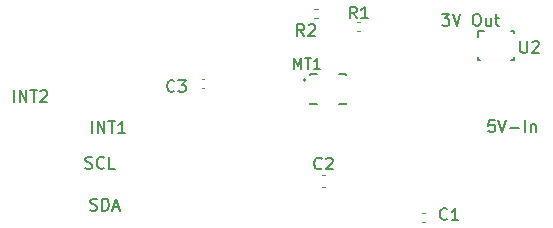
<source format=gbr>
%TF.GenerationSoftware,KiCad,Pcbnew,8.0.4*%
%TF.CreationDate,2024-11-04T05:07:06-05:00*%
%TF.ProjectId,6-axisIMU,362d6178-6973-4494-9d55-2e6b69636164,V01*%
%TF.SameCoordinates,Original*%
%TF.FileFunction,Legend,Top*%
%TF.FilePolarity,Positive*%
%FSLAX46Y46*%
G04 Gerber Fmt 4.6, Leading zero omitted, Abs format (unit mm)*
G04 Created by KiCad (PCBNEW 8.0.4) date 2024-11-04 05:07:06*
%MOMM*%
%LPD*%
G01*
G04 APERTURE LIST*
%ADD10C,0.150000*%
%ADD11C,0.200000*%
%ADD12C,0.120000*%
%ADD13C,0.127000*%
G04 APERTURE END LIST*
D10*
X65785714Y-44957200D02*
X65928571Y-45004819D01*
X65928571Y-45004819D02*
X66166666Y-45004819D01*
X66166666Y-45004819D02*
X66261904Y-44957200D01*
X66261904Y-44957200D02*
X66309523Y-44909580D01*
X66309523Y-44909580D02*
X66357142Y-44814342D01*
X66357142Y-44814342D02*
X66357142Y-44719104D01*
X66357142Y-44719104D02*
X66309523Y-44623866D01*
X66309523Y-44623866D02*
X66261904Y-44576247D01*
X66261904Y-44576247D02*
X66166666Y-44528628D01*
X66166666Y-44528628D02*
X65976190Y-44481009D01*
X65976190Y-44481009D02*
X65880952Y-44433390D01*
X65880952Y-44433390D02*
X65833333Y-44385771D01*
X65833333Y-44385771D02*
X65785714Y-44290533D01*
X65785714Y-44290533D02*
X65785714Y-44195295D01*
X65785714Y-44195295D02*
X65833333Y-44100057D01*
X65833333Y-44100057D02*
X65880952Y-44052438D01*
X65880952Y-44052438D02*
X65976190Y-44004819D01*
X65976190Y-44004819D02*
X66214285Y-44004819D01*
X66214285Y-44004819D02*
X66357142Y-44052438D01*
X66785714Y-45004819D02*
X66785714Y-44004819D01*
X66785714Y-44004819D02*
X67023809Y-44004819D01*
X67023809Y-44004819D02*
X67166666Y-44052438D01*
X67166666Y-44052438D02*
X67261904Y-44147676D01*
X67261904Y-44147676D02*
X67309523Y-44242914D01*
X67309523Y-44242914D02*
X67357142Y-44433390D01*
X67357142Y-44433390D02*
X67357142Y-44576247D01*
X67357142Y-44576247D02*
X67309523Y-44766723D01*
X67309523Y-44766723D02*
X67261904Y-44861961D01*
X67261904Y-44861961D02*
X67166666Y-44957200D01*
X67166666Y-44957200D02*
X67023809Y-45004819D01*
X67023809Y-45004819D02*
X66785714Y-45004819D01*
X67738095Y-44719104D02*
X68214285Y-44719104D01*
X67642857Y-45004819D02*
X67976190Y-44004819D01*
X67976190Y-44004819D02*
X68309523Y-45004819D01*
X59319048Y-35804819D02*
X59319048Y-34804819D01*
X59795238Y-35804819D02*
X59795238Y-34804819D01*
X59795238Y-34804819D02*
X60366666Y-35804819D01*
X60366666Y-35804819D02*
X60366666Y-34804819D01*
X60700000Y-34804819D02*
X61271428Y-34804819D01*
X60985714Y-35804819D02*
X60985714Y-34804819D01*
X61557143Y-34900057D02*
X61604762Y-34852438D01*
X61604762Y-34852438D02*
X61700000Y-34804819D01*
X61700000Y-34804819D02*
X61938095Y-34804819D01*
X61938095Y-34804819D02*
X62033333Y-34852438D01*
X62033333Y-34852438D02*
X62080952Y-34900057D01*
X62080952Y-34900057D02*
X62128571Y-34995295D01*
X62128571Y-34995295D02*
X62128571Y-35090533D01*
X62128571Y-35090533D02*
X62080952Y-35233390D01*
X62080952Y-35233390D02*
X61509524Y-35804819D01*
X61509524Y-35804819D02*
X62128571Y-35804819D01*
X100000000Y-37354819D02*
X99523810Y-37354819D01*
X99523810Y-37354819D02*
X99476191Y-37831009D01*
X99476191Y-37831009D02*
X99523810Y-37783390D01*
X99523810Y-37783390D02*
X99619048Y-37735771D01*
X99619048Y-37735771D02*
X99857143Y-37735771D01*
X99857143Y-37735771D02*
X99952381Y-37783390D01*
X99952381Y-37783390D02*
X100000000Y-37831009D01*
X100000000Y-37831009D02*
X100047619Y-37926247D01*
X100047619Y-37926247D02*
X100047619Y-38164342D01*
X100047619Y-38164342D02*
X100000000Y-38259580D01*
X100000000Y-38259580D02*
X99952381Y-38307200D01*
X99952381Y-38307200D02*
X99857143Y-38354819D01*
X99857143Y-38354819D02*
X99619048Y-38354819D01*
X99619048Y-38354819D02*
X99523810Y-38307200D01*
X99523810Y-38307200D02*
X99476191Y-38259580D01*
X100333334Y-37354819D02*
X100666667Y-38354819D01*
X100666667Y-38354819D02*
X101000000Y-37354819D01*
X101333334Y-37973866D02*
X102095239Y-37973866D01*
X102571429Y-38354819D02*
X102571429Y-37354819D01*
X103047619Y-37688152D02*
X103047619Y-38354819D01*
X103047619Y-37783390D02*
X103095238Y-37735771D01*
X103095238Y-37735771D02*
X103190476Y-37688152D01*
X103190476Y-37688152D02*
X103333333Y-37688152D01*
X103333333Y-37688152D02*
X103428571Y-37735771D01*
X103428571Y-37735771D02*
X103476190Y-37831009D01*
X103476190Y-37831009D02*
X103476190Y-38354819D01*
X65919048Y-38454819D02*
X65919048Y-37454819D01*
X66395238Y-38454819D02*
X66395238Y-37454819D01*
X66395238Y-37454819D02*
X66966666Y-38454819D01*
X66966666Y-38454819D02*
X66966666Y-37454819D01*
X67300000Y-37454819D02*
X67871428Y-37454819D01*
X67585714Y-38454819D02*
X67585714Y-37454819D01*
X68728571Y-38454819D02*
X68157143Y-38454819D01*
X68442857Y-38454819D02*
X68442857Y-37454819D01*
X68442857Y-37454819D02*
X68347619Y-37597676D01*
X68347619Y-37597676D02*
X68252381Y-37692914D01*
X68252381Y-37692914D02*
X68157143Y-37740533D01*
X65359524Y-41407200D02*
X65502381Y-41454819D01*
X65502381Y-41454819D02*
X65740476Y-41454819D01*
X65740476Y-41454819D02*
X65835714Y-41407200D01*
X65835714Y-41407200D02*
X65883333Y-41359580D01*
X65883333Y-41359580D02*
X65930952Y-41264342D01*
X65930952Y-41264342D02*
X65930952Y-41169104D01*
X65930952Y-41169104D02*
X65883333Y-41073866D01*
X65883333Y-41073866D02*
X65835714Y-41026247D01*
X65835714Y-41026247D02*
X65740476Y-40978628D01*
X65740476Y-40978628D02*
X65550000Y-40931009D01*
X65550000Y-40931009D02*
X65454762Y-40883390D01*
X65454762Y-40883390D02*
X65407143Y-40835771D01*
X65407143Y-40835771D02*
X65359524Y-40740533D01*
X65359524Y-40740533D02*
X65359524Y-40645295D01*
X65359524Y-40645295D02*
X65407143Y-40550057D01*
X65407143Y-40550057D02*
X65454762Y-40502438D01*
X65454762Y-40502438D02*
X65550000Y-40454819D01*
X65550000Y-40454819D02*
X65788095Y-40454819D01*
X65788095Y-40454819D02*
X65930952Y-40502438D01*
X66930952Y-41359580D02*
X66883333Y-41407200D01*
X66883333Y-41407200D02*
X66740476Y-41454819D01*
X66740476Y-41454819D02*
X66645238Y-41454819D01*
X66645238Y-41454819D02*
X66502381Y-41407200D01*
X66502381Y-41407200D02*
X66407143Y-41311961D01*
X66407143Y-41311961D02*
X66359524Y-41216723D01*
X66359524Y-41216723D02*
X66311905Y-41026247D01*
X66311905Y-41026247D02*
X66311905Y-40883390D01*
X66311905Y-40883390D02*
X66359524Y-40692914D01*
X66359524Y-40692914D02*
X66407143Y-40597676D01*
X66407143Y-40597676D02*
X66502381Y-40502438D01*
X66502381Y-40502438D02*
X66645238Y-40454819D01*
X66645238Y-40454819D02*
X66740476Y-40454819D01*
X66740476Y-40454819D02*
X66883333Y-40502438D01*
X66883333Y-40502438D02*
X66930952Y-40550057D01*
X67835714Y-41454819D02*
X67359524Y-41454819D01*
X67359524Y-41454819D02*
X67359524Y-40454819D01*
X102188095Y-30654819D02*
X102188095Y-31464342D01*
X102188095Y-31464342D02*
X102235714Y-31559580D01*
X102235714Y-31559580D02*
X102283333Y-31607200D01*
X102283333Y-31607200D02*
X102378571Y-31654819D01*
X102378571Y-31654819D02*
X102569047Y-31654819D01*
X102569047Y-31654819D02*
X102664285Y-31607200D01*
X102664285Y-31607200D02*
X102711904Y-31559580D01*
X102711904Y-31559580D02*
X102759523Y-31464342D01*
X102759523Y-31464342D02*
X102759523Y-30654819D01*
X103188095Y-30750057D02*
X103235714Y-30702438D01*
X103235714Y-30702438D02*
X103330952Y-30654819D01*
X103330952Y-30654819D02*
X103569047Y-30654819D01*
X103569047Y-30654819D02*
X103664285Y-30702438D01*
X103664285Y-30702438D02*
X103711904Y-30750057D01*
X103711904Y-30750057D02*
X103759523Y-30845295D01*
X103759523Y-30845295D02*
X103759523Y-30940533D01*
X103759523Y-30940533D02*
X103711904Y-31083390D01*
X103711904Y-31083390D02*
X103140476Y-31654819D01*
X103140476Y-31654819D02*
X103759523Y-31654819D01*
X95545238Y-28354819D02*
X96164285Y-28354819D01*
X96164285Y-28354819D02*
X95830952Y-28735771D01*
X95830952Y-28735771D02*
X95973809Y-28735771D01*
X95973809Y-28735771D02*
X96069047Y-28783390D01*
X96069047Y-28783390D02*
X96116666Y-28831009D01*
X96116666Y-28831009D02*
X96164285Y-28926247D01*
X96164285Y-28926247D02*
X96164285Y-29164342D01*
X96164285Y-29164342D02*
X96116666Y-29259580D01*
X96116666Y-29259580D02*
X96069047Y-29307200D01*
X96069047Y-29307200D02*
X95973809Y-29354819D01*
X95973809Y-29354819D02*
X95688095Y-29354819D01*
X95688095Y-29354819D02*
X95592857Y-29307200D01*
X95592857Y-29307200D02*
X95545238Y-29259580D01*
X96450000Y-28354819D02*
X96783333Y-29354819D01*
X96783333Y-29354819D02*
X97116666Y-28354819D01*
X98402381Y-28354819D02*
X98592857Y-28354819D01*
X98592857Y-28354819D02*
X98688095Y-28402438D01*
X98688095Y-28402438D02*
X98783333Y-28497676D01*
X98783333Y-28497676D02*
X98830952Y-28688152D01*
X98830952Y-28688152D02*
X98830952Y-29021485D01*
X98830952Y-29021485D02*
X98783333Y-29211961D01*
X98783333Y-29211961D02*
X98688095Y-29307200D01*
X98688095Y-29307200D02*
X98592857Y-29354819D01*
X98592857Y-29354819D02*
X98402381Y-29354819D01*
X98402381Y-29354819D02*
X98307143Y-29307200D01*
X98307143Y-29307200D02*
X98211905Y-29211961D01*
X98211905Y-29211961D02*
X98164286Y-29021485D01*
X98164286Y-29021485D02*
X98164286Y-28688152D01*
X98164286Y-28688152D02*
X98211905Y-28497676D01*
X98211905Y-28497676D02*
X98307143Y-28402438D01*
X98307143Y-28402438D02*
X98402381Y-28354819D01*
X99688095Y-28688152D02*
X99688095Y-29354819D01*
X99259524Y-28688152D02*
X99259524Y-29211961D01*
X99259524Y-29211961D02*
X99307143Y-29307200D01*
X99307143Y-29307200D02*
X99402381Y-29354819D01*
X99402381Y-29354819D02*
X99545238Y-29354819D01*
X99545238Y-29354819D02*
X99640476Y-29307200D01*
X99640476Y-29307200D02*
X99688095Y-29259580D01*
X100021429Y-28688152D02*
X100402381Y-28688152D01*
X100164286Y-28354819D02*
X100164286Y-29211961D01*
X100164286Y-29211961D02*
X100211905Y-29307200D01*
X100211905Y-29307200D02*
X100307143Y-29354819D01*
X100307143Y-29354819D02*
X100402381Y-29354819D01*
X95983333Y-45709580D02*
X95935714Y-45757200D01*
X95935714Y-45757200D02*
X95792857Y-45804819D01*
X95792857Y-45804819D02*
X95697619Y-45804819D01*
X95697619Y-45804819D02*
X95554762Y-45757200D01*
X95554762Y-45757200D02*
X95459524Y-45661961D01*
X95459524Y-45661961D02*
X95411905Y-45566723D01*
X95411905Y-45566723D02*
X95364286Y-45376247D01*
X95364286Y-45376247D02*
X95364286Y-45233390D01*
X95364286Y-45233390D02*
X95411905Y-45042914D01*
X95411905Y-45042914D02*
X95459524Y-44947676D01*
X95459524Y-44947676D02*
X95554762Y-44852438D01*
X95554762Y-44852438D02*
X95697619Y-44804819D01*
X95697619Y-44804819D02*
X95792857Y-44804819D01*
X95792857Y-44804819D02*
X95935714Y-44852438D01*
X95935714Y-44852438D02*
X95983333Y-44900057D01*
X96935714Y-45804819D02*
X96364286Y-45804819D01*
X96650000Y-45804819D02*
X96650000Y-44804819D01*
X96650000Y-44804819D02*
X96554762Y-44947676D01*
X96554762Y-44947676D02*
X96459524Y-45042914D01*
X96459524Y-45042914D02*
X96364286Y-45090533D01*
X85358333Y-41429580D02*
X85310714Y-41477200D01*
X85310714Y-41477200D02*
X85167857Y-41524819D01*
X85167857Y-41524819D02*
X85072619Y-41524819D01*
X85072619Y-41524819D02*
X84929762Y-41477200D01*
X84929762Y-41477200D02*
X84834524Y-41381961D01*
X84834524Y-41381961D02*
X84786905Y-41286723D01*
X84786905Y-41286723D02*
X84739286Y-41096247D01*
X84739286Y-41096247D02*
X84739286Y-40953390D01*
X84739286Y-40953390D02*
X84786905Y-40762914D01*
X84786905Y-40762914D02*
X84834524Y-40667676D01*
X84834524Y-40667676D02*
X84929762Y-40572438D01*
X84929762Y-40572438D02*
X85072619Y-40524819D01*
X85072619Y-40524819D02*
X85167857Y-40524819D01*
X85167857Y-40524819D02*
X85310714Y-40572438D01*
X85310714Y-40572438D02*
X85358333Y-40620057D01*
X85739286Y-40620057D02*
X85786905Y-40572438D01*
X85786905Y-40572438D02*
X85882143Y-40524819D01*
X85882143Y-40524819D02*
X86120238Y-40524819D01*
X86120238Y-40524819D02*
X86215476Y-40572438D01*
X86215476Y-40572438D02*
X86263095Y-40620057D01*
X86263095Y-40620057D02*
X86310714Y-40715295D01*
X86310714Y-40715295D02*
X86310714Y-40810533D01*
X86310714Y-40810533D02*
X86263095Y-40953390D01*
X86263095Y-40953390D02*
X85691667Y-41524819D01*
X85691667Y-41524819D02*
X86310714Y-41524819D01*
X83883333Y-30204819D02*
X83550000Y-29728628D01*
X83311905Y-30204819D02*
X83311905Y-29204819D01*
X83311905Y-29204819D02*
X83692857Y-29204819D01*
X83692857Y-29204819D02*
X83788095Y-29252438D01*
X83788095Y-29252438D02*
X83835714Y-29300057D01*
X83835714Y-29300057D02*
X83883333Y-29395295D01*
X83883333Y-29395295D02*
X83883333Y-29538152D01*
X83883333Y-29538152D02*
X83835714Y-29633390D01*
X83835714Y-29633390D02*
X83788095Y-29681009D01*
X83788095Y-29681009D02*
X83692857Y-29728628D01*
X83692857Y-29728628D02*
X83311905Y-29728628D01*
X84264286Y-29300057D02*
X84311905Y-29252438D01*
X84311905Y-29252438D02*
X84407143Y-29204819D01*
X84407143Y-29204819D02*
X84645238Y-29204819D01*
X84645238Y-29204819D02*
X84740476Y-29252438D01*
X84740476Y-29252438D02*
X84788095Y-29300057D01*
X84788095Y-29300057D02*
X84835714Y-29395295D01*
X84835714Y-29395295D02*
X84835714Y-29490533D01*
X84835714Y-29490533D02*
X84788095Y-29633390D01*
X84788095Y-29633390D02*
X84216667Y-30204819D01*
X84216667Y-30204819D02*
X84835714Y-30204819D01*
X88323333Y-28734819D02*
X87990000Y-28258628D01*
X87751905Y-28734819D02*
X87751905Y-27734819D01*
X87751905Y-27734819D02*
X88132857Y-27734819D01*
X88132857Y-27734819D02*
X88228095Y-27782438D01*
X88228095Y-27782438D02*
X88275714Y-27830057D01*
X88275714Y-27830057D02*
X88323333Y-27925295D01*
X88323333Y-27925295D02*
X88323333Y-28068152D01*
X88323333Y-28068152D02*
X88275714Y-28163390D01*
X88275714Y-28163390D02*
X88228095Y-28211009D01*
X88228095Y-28211009D02*
X88132857Y-28258628D01*
X88132857Y-28258628D02*
X87751905Y-28258628D01*
X89275714Y-28734819D02*
X88704286Y-28734819D01*
X88990000Y-28734819D02*
X88990000Y-27734819D01*
X88990000Y-27734819D02*
X88894762Y-27877676D01*
X88894762Y-27877676D02*
X88799524Y-27972914D01*
X88799524Y-27972914D02*
X88704286Y-28020533D01*
X83035714Y-33005782D02*
X83035714Y-32111782D01*
X83035714Y-32111782D02*
X83333714Y-32750353D01*
X83333714Y-32750353D02*
X83631714Y-32111782D01*
X83631714Y-32111782D02*
X83631714Y-33005782D01*
X83929713Y-32111782D02*
X84440571Y-32111782D01*
X84185142Y-33005782D02*
X84185142Y-32111782D01*
X85206856Y-33005782D02*
X84695999Y-33005782D01*
X84951428Y-33005782D02*
X84951428Y-32111782D01*
X84951428Y-32111782D02*
X84866285Y-32239496D01*
X84866285Y-32239496D02*
X84781142Y-32324639D01*
X84781142Y-32324639D02*
X84695999Y-32367211D01*
X72883333Y-34859580D02*
X72835714Y-34907200D01*
X72835714Y-34907200D02*
X72692857Y-34954819D01*
X72692857Y-34954819D02*
X72597619Y-34954819D01*
X72597619Y-34954819D02*
X72454762Y-34907200D01*
X72454762Y-34907200D02*
X72359524Y-34811961D01*
X72359524Y-34811961D02*
X72311905Y-34716723D01*
X72311905Y-34716723D02*
X72264286Y-34526247D01*
X72264286Y-34526247D02*
X72264286Y-34383390D01*
X72264286Y-34383390D02*
X72311905Y-34192914D01*
X72311905Y-34192914D02*
X72359524Y-34097676D01*
X72359524Y-34097676D02*
X72454762Y-34002438D01*
X72454762Y-34002438D02*
X72597619Y-33954819D01*
X72597619Y-33954819D02*
X72692857Y-33954819D01*
X72692857Y-33954819D02*
X72835714Y-34002438D01*
X72835714Y-34002438D02*
X72883333Y-34050057D01*
X73216667Y-33954819D02*
X73835714Y-33954819D01*
X73835714Y-33954819D02*
X73502381Y-34335771D01*
X73502381Y-34335771D02*
X73645238Y-34335771D01*
X73645238Y-34335771D02*
X73740476Y-34383390D01*
X73740476Y-34383390D02*
X73788095Y-34431009D01*
X73788095Y-34431009D02*
X73835714Y-34526247D01*
X73835714Y-34526247D02*
X73835714Y-34764342D01*
X73835714Y-34764342D02*
X73788095Y-34859580D01*
X73788095Y-34859580D02*
X73740476Y-34907200D01*
X73740476Y-34907200D02*
X73645238Y-34954819D01*
X73645238Y-34954819D02*
X73359524Y-34954819D01*
X73359524Y-34954819D02*
X73264286Y-34907200D01*
X73264286Y-34907200D02*
X73216667Y-34859580D01*
D11*
%TO.C,U2*%
X98574997Y-32225000D02*
X98774997Y-32225000D01*
X98574997Y-32225000D02*
X98574997Y-32025000D01*
X101424999Y-32225000D02*
X101624999Y-32225000D01*
X101624999Y-32225000D02*
X101624999Y-32025000D01*
X101624999Y-29975002D02*
X101624999Y-29775002D01*
X101424999Y-29775002D02*
X101624999Y-29775002D01*
X98574997Y-29775002D02*
X99124996Y-29775002D01*
X98574997Y-30325001D02*
X98574997Y-29775002D01*
D12*
%TO.C,C1*%
X93892164Y-45960000D02*
X94107836Y-45960000D01*
X93892164Y-45240000D02*
X94107836Y-45240000D01*
%TO.C,C2*%
X85384420Y-43010000D02*
X85665580Y-43010000D01*
X85384420Y-41990000D02*
X85665580Y-41990000D01*
%TO.C,R2*%
X85043641Y-27970000D02*
X84736359Y-27970000D01*
X85043641Y-28730000D02*
X84736359Y-28730000D01*
%TO.C,R1*%
X88336359Y-29830000D02*
X88643641Y-29830000D01*
X88336359Y-29070000D02*
X88643641Y-29070000D01*
D11*
%TO.C,MT1*%
X84000000Y-33950000D02*
G75*
G02*
X83800000Y-33950000I-100000J0D01*
G01*
X83800000Y-33950000D02*
G75*
G02*
X84000000Y-33950000I100000J0D01*
G01*
D13*
X87400000Y-35950000D02*
X87400000Y-35895000D01*
X87400000Y-35950000D02*
X86845000Y-35950000D01*
X87400000Y-33450000D02*
X87400000Y-33505000D01*
X86845000Y-33450000D02*
X87400000Y-33450000D01*
X84955000Y-35950000D02*
X84400000Y-35950000D01*
X84400000Y-35950000D02*
X84400000Y-35895000D01*
X84400000Y-33505000D02*
X84400000Y-33450000D01*
X84400000Y-33450000D02*
X84955000Y-33450000D01*
D12*
%TO.C,C3*%
X75407836Y-33890000D02*
X75192164Y-33890000D01*
X75407836Y-34610000D02*
X75192164Y-34610000D01*
%TD*%
M02*

</source>
